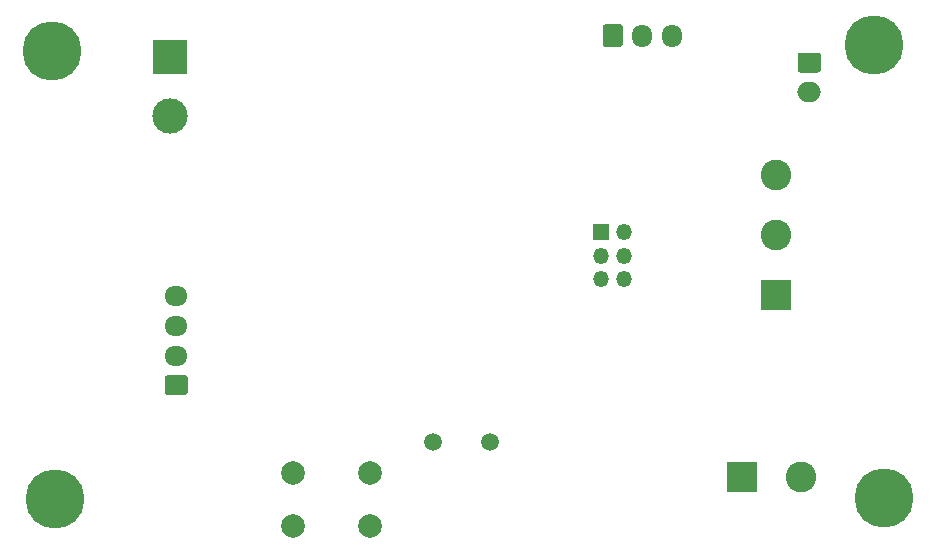
<source format=gbr>
%TF.GenerationSoftware,KiCad,Pcbnew,(5.1.8)-1*%
%TF.CreationDate,2021-08-28T19:56:38+01:00*%
%TF.ProjectId,OSC21,4f534332-312e-46b6-9963-61645f706362,rev?*%
%TF.SameCoordinates,Original*%
%TF.FileFunction,Soldermask,Bot*%
%TF.FilePolarity,Negative*%
%FSLAX46Y46*%
G04 Gerber Fmt 4.6, Leading zero omitted, Abs format (unit mm)*
G04 Created by KiCad (PCBNEW (5.1.8)-1) date 2021-08-28 19:56:38*
%MOMM*%
%LPD*%
G01*
G04 APERTURE LIST*
%ADD10C,5.000000*%
%ADD11C,1.500000*%
%ADD12C,2.000000*%
%ADD13O,2.000000X1.700000*%
%ADD14C,2.600000*%
%ADD15R,2.600000X2.600000*%
%ADD16O,1.700000X1.950000*%
%ADD17O,1.950000X1.700000*%
%ADD18O,1.350000X1.350000*%
%ADD19R,1.350000X1.350000*%
%ADD20C,3.000000*%
%ADD21R,3.000000X3.000000*%
G04 APERTURE END LIST*
D10*
%TO.C,H4*%
X176149000Y-119951500D03*
%TD*%
%TO.C,H3*%
X175260000Y-81597500D03*
%TD*%
%TO.C,H2*%
X105918000Y-120078500D03*
%TD*%
%TO.C,H1*%
X105664000Y-82105500D03*
%TD*%
D11*
%TO.C,Y1*%
X142802000Y-115252500D03*
X137922000Y-115252500D03*
%TD*%
D12*
%TO.C,SW1*%
X126088000Y-122364500D03*
X126088000Y-117864500D03*
X132588000Y-122364500D03*
X132588000Y-117864500D03*
%TD*%
D13*
%TO.C,J7*%
X169799000Y-85621500D03*
G36*
G01*
X169049000Y-82271500D02*
X170549000Y-82271500D01*
G75*
G02*
X170799000Y-82521500I0J-250000D01*
G01*
X170799000Y-83721500D01*
G75*
G02*
X170549000Y-83971500I-250000J0D01*
G01*
X169049000Y-83971500D01*
G75*
G02*
X168799000Y-83721500I0J250000D01*
G01*
X168799000Y-82521500D01*
G75*
G02*
X169049000Y-82271500I250000J0D01*
G01*
G37*
%TD*%
D14*
%TO.C,J6*%
X167005000Y-92646500D03*
X167005000Y-97726500D03*
D15*
X167005000Y-102806500D03*
%TD*%
D14*
%TO.C,J5*%
X169084000Y-118173500D03*
D15*
X164084000Y-118173500D03*
%TD*%
D16*
%TO.C,J4*%
X158162000Y-80835500D03*
X155662000Y-80835500D03*
G36*
G01*
X152312000Y-81560500D02*
X152312000Y-80110500D01*
G75*
G02*
X152562000Y-79860500I250000J0D01*
G01*
X153762000Y-79860500D01*
G75*
G02*
X154012000Y-80110500I0J-250000D01*
G01*
X154012000Y-81560500D01*
G75*
G02*
X153762000Y-81810500I-250000J0D01*
G01*
X152562000Y-81810500D01*
G75*
G02*
X152312000Y-81560500I0J250000D01*
G01*
G37*
%TD*%
D17*
%TO.C,J3*%
X116205000Y-102926500D03*
X116205000Y-105426500D03*
X116205000Y-107926500D03*
G36*
G01*
X116930000Y-111276500D02*
X115480000Y-111276500D01*
G75*
G02*
X115230000Y-111026500I0J250000D01*
G01*
X115230000Y-109826500D01*
G75*
G02*
X115480000Y-109576500I250000J0D01*
G01*
X116930000Y-109576500D01*
G75*
G02*
X117180000Y-109826500I0J-250000D01*
G01*
X117180000Y-111026500D01*
G75*
G02*
X116930000Y-111276500I-250000J0D01*
G01*
G37*
%TD*%
D18*
%TO.C,J2*%
X154146000Y-101472500D03*
X152146000Y-101472500D03*
X154146000Y-99472500D03*
X152146000Y-99472500D03*
X154146000Y-97472500D03*
D19*
X152146000Y-97472500D03*
%TD*%
D20*
%TO.C,J1*%
X115697000Y-87613500D03*
D21*
X115697000Y-82613500D03*
%TD*%
M02*

</source>
